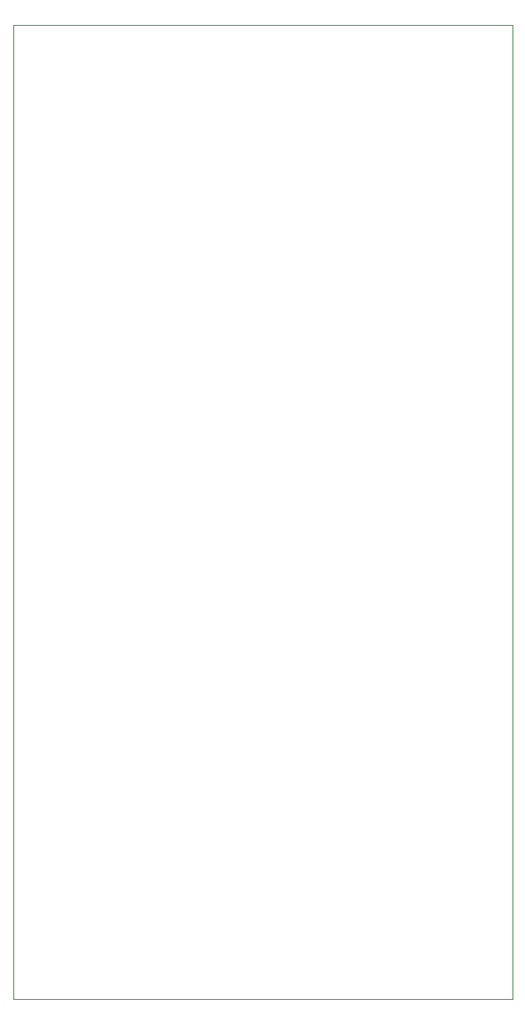
<source format=gbr>
%TF.GenerationSoftware,KiCad,Pcbnew,7.0.8*%
%TF.CreationDate,2023-10-15T22:05:22-04:00*%
%TF.ProjectId,Gates Out,47617465-7320-44f7-9574-2e6b69636164,rev?*%
%TF.SameCoordinates,Original*%
%TF.FileFunction,Profile,NP*%
%FSLAX46Y46*%
G04 Gerber Fmt 4.6, Leading zero omitted, Abs format (unit mm)*
G04 Created by KiCad (PCBNEW 7.0.8) date 2023-10-15 22:05:22*
%MOMM*%
%LPD*%
G01*
G04 APERTURE LIST*
%TA.AperFunction,Profile*%
%ADD10C,0.100000*%
%TD*%
G04 APERTURE END LIST*
D10*
X127000000Y-53340000D02*
X177800000Y-53340000D01*
X177800000Y-152400000D01*
X127000000Y-152400000D01*
X127000000Y-53340000D01*
M02*

</source>
